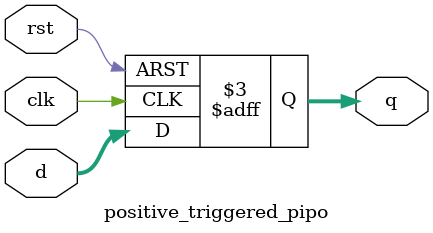
<source format=v>
`timescale 1ns / 1ps
module positive_triggered_pipo(q,d,clk,rst);
input [2:0]d;
input clk,rst;
output reg [2:0]q;
always @(posedge clk, negedge rst)
if(rst==0)
q=3'b000;
else 
q=d;
endmodule

</source>
